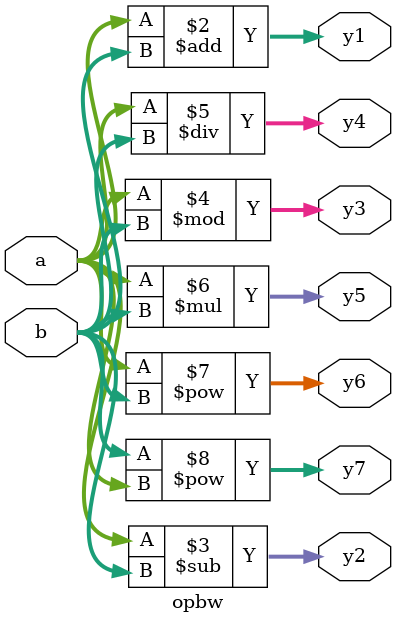
<source format=v>
module opbw(input [3:0]a,
            input [3:0]b,
            output reg [5:0]y1,
            output reg [5:0]y2,
            output reg [5:0]y3,
            output reg [5:0]y4,
            output reg [5:0]y5,
            output reg [5:0]y6,
            output reg [5:0]y7);
  always@(*) begin
     y1=a + b;
     y2=a - b;
     y3=a % b;
     y4=a/b;
     y5=a*b;
     y6=a**b;
     y7=b**a;
  end
endmodule

</source>
